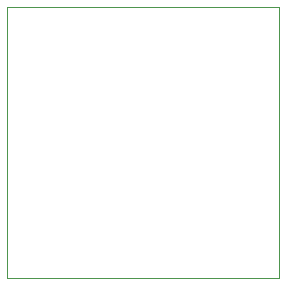
<source format=gtp>
G75*
%MOIN*%
%OFA0B0*%
%FSLAX25Y25*%
%IPPOS*%
%LPD*%
%AMOC8*
5,1,8,0,0,1.08239X$1,22.5*
%
%ADD10C,0.00000*%
D10*
X0007600Y0009100D02*
X0098301Y0009100D01*
X0098301Y0099561D01*
X0007600Y0099561D01*
X0007600Y0009100D01*
M02*

</source>
